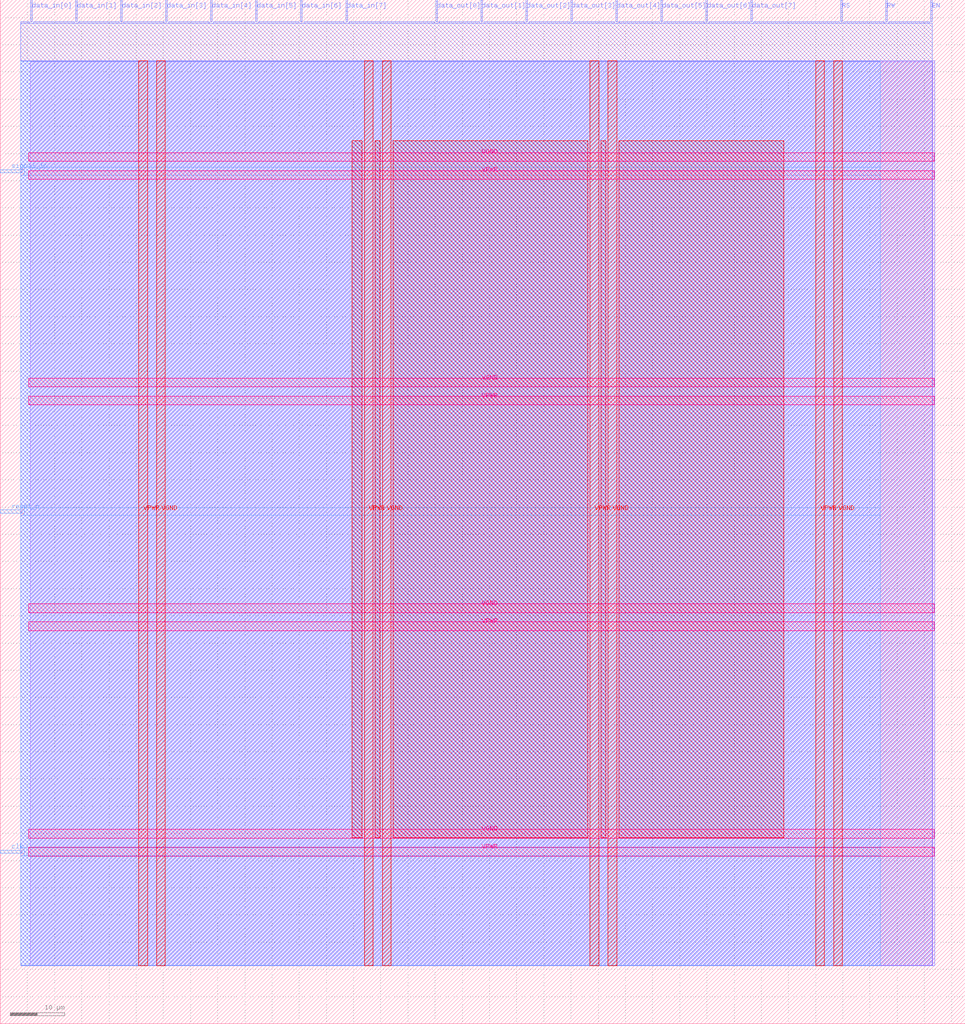
<source format=lef>
VERSION 5.7 ;
  NOWIREEXTENSIONATPIN ON ;
  DIVIDERCHAR "/" ;
  BUSBITCHARS "[]" ;
MACRO PulseDurationMeasurement
  CLASS BLOCK ;
  FOREIGN PulseDurationMeasurement ;
  ORIGIN 0.000 0.000 ;
  SIZE 177.515 BY 188.235 ;
  PIN EN
    DIRECTION INPUT ;
    USE SIGNAL ;
    ANTENNAGATEAREA 0.213000 ;
    PORT
      LAYER met2 ;
        RECT 171.210 184.235 171.490 188.235 ;
    END
  END EN
  PIN RS
    DIRECTION INPUT ;
    USE SIGNAL ;
    ANTENNAGATEAREA 0.159000 ;
    PORT
      LAYER met2 ;
        RECT 154.650 184.235 154.930 188.235 ;
    END
  END RS
  PIN RW
    DIRECTION INPUT ;
    USE SIGNAL ;
    ANTENNAGATEAREA 0.213000 ;
    PORT
      LAYER met2 ;
        RECT 162.930 184.235 163.210 188.235 ;
    END
  END RW
  PIN VGND
    DIRECTION INOUT ;
    USE GROUND ;
    PORT
      LAYER met4 ;
        RECT 28.775 10.640 30.375 177.040 ;
    END
    PORT
      LAYER met4 ;
        RECT 70.290 10.640 71.890 177.040 ;
    END
    PORT
      LAYER met4 ;
        RECT 111.805 10.640 113.405 177.040 ;
    END
    PORT
      LAYER met4 ;
        RECT 153.320 10.640 154.920 177.040 ;
    END
    PORT
      LAYER met5 ;
        RECT 5.280 34.120 171.820 35.720 ;
    END
    PORT
      LAYER met5 ;
        RECT 5.280 75.600 171.820 77.200 ;
    END
    PORT
      LAYER met5 ;
        RECT 5.280 117.080 171.820 118.680 ;
    END
    PORT
      LAYER met5 ;
        RECT 5.280 158.560 171.820 160.160 ;
    END
  END VGND
  PIN VPWR
    DIRECTION INOUT ;
    USE POWER ;
    PORT
      LAYER met4 ;
        RECT 25.475 10.640 27.075 177.040 ;
    END
    PORT
      LAYER met4 ;
        RECT 66.990 10.640 68.590 177.040 ;
    END
    PORT
      LAYER met4 ;
        RECT 108.505 10.640 110.105 177.040 ;
    END
    PORT
      LAYER met4 ;
        RECT 150.020 10.640 151.620 177.040 ;
    END
    PORT
      LAYER met5 ;
        RECT 5.280 30.820 171.820 32.420 ;
    END
    PORT
      LAYER met5 ;
        RECT 5.280 72.300 171.820 73.900 ;
    END
    PORT
      LAYER met5 ;
        RECT 5.280 113.780 171.820 115.380 ;
    END
    PORT
      LAYER met5 ;
        RECT 5.280 155.260 171.820 156.860 ;
    END
  END VPWR
  PIN clk
    DIRECTION INPUT ;
    USE SIGNAL ;
    ANTENNAGATEAREA 0.852000 ;
    PORT
      LAYER met3 ;
        RECT 0.000 31.320 4.000 31.920 ;
    END
  END clk
  PIN data_in[0]
    DIRECTION INPUT ;
    USE SIGNAL ;
    ANTENNAGATEAREA 0.247500 ;
    PORT
      LAYER met2 ;
        RECT 5.610 184.235 5.890 188.235 ;
    END
  END data_in[0]
  PIN data_in[1]
    DIRECTION INPUT ;
    USE SIGNAL ;
    ANTENNAGATEAREA 0.213000 ;
    PORT
      LAYER met2 ;
        RECT 13.890 184.235 14.170 188.235 ;
    END
  END data_in[1]
  PIN data_in[2]
    DIRECTION INPUT ;
    USE SIGNAL ;
    ANTENNAGATEAREA 0.159000 ;
    PORT
      LAYER met2 ;
        RECT 22.170 184.235 22.450 188.235 ;
    END
  END data_in[2]
  PIN data_in[3]
    DIRECTION INPUT ;
    USE SIGNAL ;
    ANTENNAGATEAREA 0.213000 ;
    PORT
      LAYER met2 ;
        RECT 30.450 184.235 30.730 188.235 ;
    END
  END data_in[3]
  PIN data_in[4]
    DIRECTION INPUT ;
    USE SIGNAL ;
    ANTENNAGATEAREA 0.159000 ;
    PORT
      LAYER met2 ;
        RECT 38.730 184.235 39.010 188.235 ;
    END
  END data_in[4]
  PIN data_in[5]
    DIRECTION INPUT ;
    USE SIGNAL ;
    ANTENNAGATEAREA 0.213000 ;
    PORT
      LAYER met2 ;
        RECT 47.010 184.235 47.290 188.235 ;
    END
  END data_in[5]
  PIN data_in[6]
    DIRECTION INPUT ;
    USE SIGNAL ;
    ANTENNAGATEAREA 0.159000 ;
    PORT
      LAYER met2 ;
        RECT 55.290 184.235 55.570 188.235 ;
    END
  END data_in[6]
  PIN data_in[7]
    DIRECTION INPUT ;
    USE SIGNAL ;
    ANTENNAGATEAREA 0.159000 ;
    PORT
      LAYER met2 ;
        RECT 63.570 184.235 63.850 188.235 ;
    END
  END data_in[7]
  PIN data_out[0]
    DIRECTION OUTPUT TRISTATE ;
    USE SIGNAL ;
    ANTENNADIFFAREA 0.795200 ;
    PORT
      LAYER met2 ;
        RECT 80.130 184.235 80.410 188.235 ;
    END
  END data_out[0]
  PIN data_out[1]
    DIRECTION OUTPUT TRISTATE ;
    USE SIGNAL ;
    ANTENNADIFFAREA 0.795200 ;
    PORT
      LAYER met2 ;
        RECT 88.410 184.235 88.690 188.235 ;
    END
  END data_out[1]
  PIN data_out[2]
    DIRECTION OUTPUT TRISTATE ;
    USE SIGNAL ;
    ANTENNADIFFAREA 0.795200 ;
    PORT
      LAYER met2 ;
        RECT 96.690 184.235 96.970 188.235 ;
    END
  END data_out[2]
  PIN data_out[3]
    DIRECTION OUTPUT TRISTATE ;
    USE SIGNAL ;
    ANTENNADIFFAREA 0.795200 ;
    PORT
      LAYER met2 ;
        RECT 104.970 184.235 105.250 188.235 ;
    END
  END data_out[3]
  PIN data_out[4]
    DIRECTION OUTPUT TRISTATE ;
    USE SIGNAL ;
    ANTENNADIFFAREA 0.795200 ;
    PORT
      LAYER met2 ;
        RECT 113.250 184.235 113.530 188.235 ;
    END
  END data_out[4]
  PIN data_out[5]
    DIRECTION OUTPUT TRISTATE ;
    USE SIGNAL ;
    ANTENNADIFFAREA 0.795200 ;
    PORT
      LAYER met2 ;
        RECT 121.530 184.235 121.810 188.235 ;
    END
  END data_out[5]
  PIN data_out[6]
    DIRECTION OUTPUT TRISTATE ;
    USE SIGNAL ;
    ANTENNADIFFAREA 0.795200 ;
    PORT
      LAYER met2 ;
        RECT 129.810 184.235 130.090 188.235 ;
    END
  END data_out[6]
  PIN data_out[7]
    DIRECTION OUTPUT TRISTATE ;
    USE SIGNAL ;
    ANTENNADIFFAREA 0.795200 ;
    PORT
      LAYER met2 ;
        RECT 138.090 184.235 138.370 188.235 ;
    END
  END data_out[7]
  PIN reset_n
    DIRECTION INPUT ;
    USE SIGNAL ;
    ANTENNAGATEAREA 0.126000 ;
    PORT
      LAYER met3 ;
        RECT 0.000 93.880 4.000 94.480 ;
    END
  END reset_n
  PIN signal_in
    DIRECTION INPUT ;
    USE SIGNAL ;
    ANTENNAGATEAREA 0.196500 ;
    PORT
      LAYER met3 ;
        RECT 0.000 156.440 4.000 157.040 ;
    END
  END signal_in
  OBS
      LAYER li1 ;
        RECT 5.520 10.795 171.580 176.885 ;
      LAYER met1 ;
        RECT 3.750 10.640 171.880 177.040 ;
      LAYER met2 ;
        RECT 3.770 183.955 5.330 184.235 ;
        RECT 6.170 183.955 13.610 184.235 ;
        RECT 14.450 183.955 21.890 184.235 ;
        RECT 22.730 183.955 30.170 184.235 ;
        RECT 31.010 183.955 38.450 184.235 ;
        RECT 39.290 183.955 46.730 184.235 ;
        RECT 47.570 183.955 55.010 184.235 ;
        RECT 55.850 183.955 63.290 184.235 ;
        RECT 64.130 183.955 79.850 184.235 ;
        RECT 80.690 183.955 88.130 184.235 ;
        RECT 88.970 183.955 96.410 184.235 ;
        RECT 97.250 183.955 104.690 184.235 ;
        RECT 105.530 183.955 112.970 184.235 ;
        RECT 113.810 183.955 121.250 184.235 ;
        RECT 122.090 183.955 129.530 184.235 ;
        RECT 130.370 183.955 137.810 184.235 ;
        RECT 138.650 183.955 154.370 184.235 ;
        RECT 155.210 183.955 162.650 184.235 ;
        RECT 163.490 183.955 170.930 184.235 ;
        RECT 3.770 10.695 171.480 183.955 ;
      LAYER met3 ;
        RECT 3.745 157.440 161.855 176.965 ;
        RECT 4.400 156.040 161.855 157.440 ;
        RECT 3.745 94.880 161.855 156.040 ;
        RECT 4.400 93.480 161.855 94.880 ;
        RECT 3.745 32.320 161.855 93.480 ;
        RECT 4.400 30.920 161.855 32.320 ;
        RECT 3.745 10.715 161.855 30.920 ;
      LAYER met4 ;
        RECT 64.695 34.175 66.590 162.345 ;
        RECT 68.990 34.175 69.890 162.345 ;
        RECT 72.290 34.175 108.105 162.345 ;
        RECT 110.505 34.175 111.405 162.345 ;
        RECT 113.805 34.175 144.145 162.345 ;
  END
END PulseDurationMeasurement
END LIBRARY


</source>
